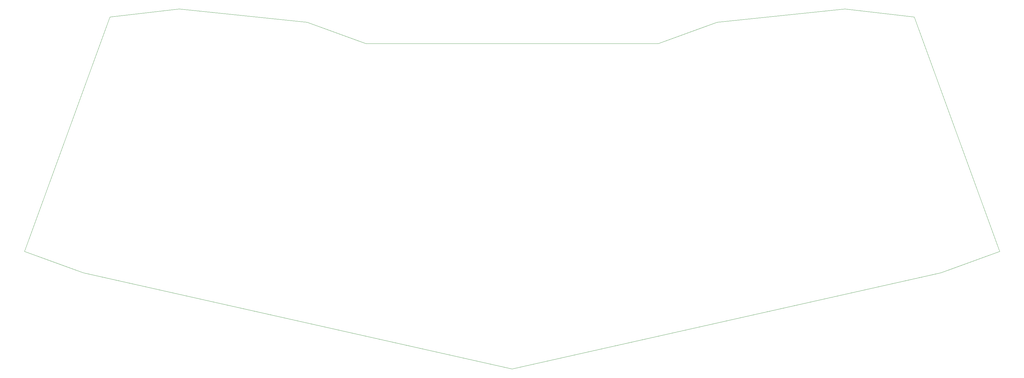
<source format=gm1>
G04 #@! TF.GenerationSoftware,KiCad,Pcbnew,(5.1.0)-1*
G04 #@! TF.CreationDate,2019-05-23T12:13:01+09:00*
G04 #@! TF.ProjectId,lasprema,6c617370-7265-46d6-912e-6b696361645f,rev?*
G04 #@! TF.SameCoordinates,Original*
G04 #@! TF.FileFunction,Profile,NP*
%FSLAX46Y46*%
G04 Gerber Fmt 4.6, Leading zero omitted, Abs format (unit mm)*
G04 Created by KiCad (PCBNEW (5.1.0)-1) date 2019-05-23 12:13:01*
%MOMM*%
%LPD*%
G04 APERTURE LIST*
%ADD10C,0.050000*%
G04 APERTURE END LIST*
D10*
X340667702Y-85763628D02*
X366729638Y-157368205D01*
X319508814Y-83328536D02*
X340667702Y-85763628D01*
X280448780Y-87408931D02*
X319508814Y-83328536D01*
X262547638Y-93924417D02*
X280448780Y-87408931D01*
X173263878Y-93922508D02*
X262547638Y-93924417D01*
X155362734Y-87407024D02*
X173263878Y-93922508D01*
X116302704Y-83326621D02*
X155362734Y-87407024D01*
X95143816Y-85761713D02*
X116302704Y-83326621D01*
X95143816Y-85761713D02*
X69081880Y-157366289D01*
X348828489Y-163883689D02*
X366729636Y-157368204D01*
X217907977Y-193309231D02*
X348828489Y-163883689D01*
X86983029Y-163881776D02*
X217907977Y-193309231D01*
X69081880Y-157366289D02*
X86983029Y-163881776D01*
M02*

</source>
